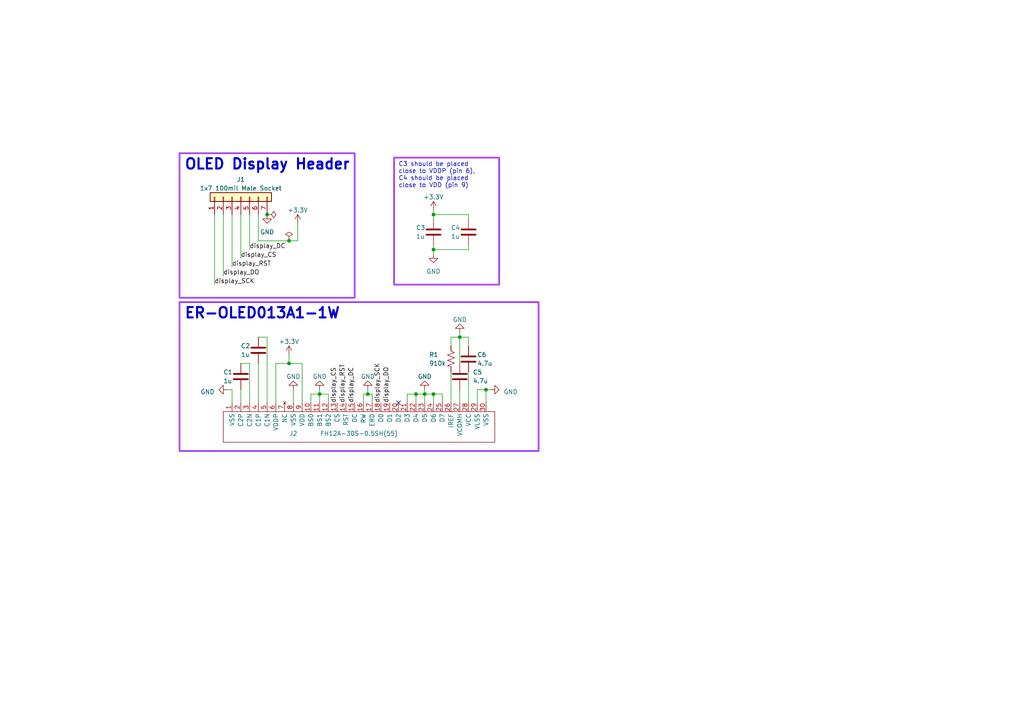
<source format=kicad_sch>
(kicad_sch (version 20230121) (generator eeschema)
  (paper "A4")
  (lib_symbols
    (symbol "Connector_Generic:Conn_01x07" (pin_names (offset 1.016) hide)
      (property "Reference" "J" (at 0 10.16 0))
      (property "Value" "Conn_01x07" (at 0 -10.16 0))
      (symbol "Conn_01x07_1_1"
        (rectangle (start -1.27 -7.493) (end 0 -7.747) (stroke (width 0.1524)))
        (rectangle (start -1.27 -4.953) (end 0 -5.207) (stroke (width 0.1524)))
        (rectangle (start -1.27 -2.413) (end 0 -2.667) (stroke (width 0.1524)))
        (rectangle (start -1.27 0.127) (end 0 -0.127) (stroke (width 0.1524)))
        (rectangle (start -1.27 2.667) (end 0 2.413) (stroke (width 0.1524)))
        (rectangle (start -1.27 5.207) (end 0 4.953) (stroke (width 0.1524)))
        (rectangle (start -1.27 7.747) (end 0 7.493) (stroke (width 0.1524)))
        (rectangle (start -1.27 8.89) (end 1.27 -8.89) (stroke (width 0.254)) (fill (type background)))
        (pin passive line (at -5.08 7.62 0) (length 3.81) (name "Pin_1") (number "1"))
        (pin passive line (at -5.08 5.08 0) (length 3.81) (name "Pin_2") (number "2"))
        (pin passive line (at -5.08 2.54 0) (length 3.81) (name "Pin_3") (number "3"))
        (pin passive line (at -5.08 0 0) (length 3.81) (name "Pin_4") (number "4"))
        (pin passive line (at -5.08 -2.54 0) (length 3.81) (name "Pin_5") (number "5"))
        (pin passive line (at -5.08 -5.08 0) (length 3.81) (name "Pin_6") (number "6"))
        (pin passive line (at -5.08 -7.62 0) (length 3.81) (name "Pin_7") (number "7"))
      )
    )
    (symbol "Device:C" (pin_numbers hide) (pin_names (offset 0.254))
      (property "Reference" "C" (at 0.635 2.54 0))
      (property "Value" "C" (at 0.635 -2.54 0))
      (symbol "C_0_1"
        (polyline (pts (xy -2.032 -0.762) (xy 2.032 -0.762)) (stroke (width 0.508)))
        (polyline (pts (xy -2.032 0.762) (xy 2.032 0.762)) (stroke (width 0.508)))
      )
      (symbol "C_1_1"
        (pin passive line (at 0 3.81 270) (length 2.794) (name "~") (number "1"))
        (pin passive line (at 0 -3.81 90) (length 2.794) (name "~") (number "2"))
      )
    )
    (symbol "Device:R_US" (pin_numbers hide) (pin_names (offset 0))
      (property "Reference" "R" (at 2.54 0 90))
      (property "Value" "R_US" (at -2.54 0 90))
      (symbol "R_US_0_1"
        (polyline (pts (xy 0 -2.286) (xy 0 -2.54)))
        (polyline (pts (xy 0 2.286) (xy 0 2.54)))
        (polyline (pts (xy 0 -0.762) (xy 1.016 -1.143) (xy 0 -1.524) (xy -1.016 -1.905) (xy 0 -2.286)))
        (polyline (pts (xy 0 0.762) (xy 1.016 0.381) (xy 0 0) (xy -1.016 -0.381) (xy 0 -0.762)))
        (polyline (pts (xy 0 2.286) (xy 1.016 1.905) (xy 0 1.524) (xy -1.016 1.143) (xy 0 0.762)))
      )
      (symbol "R_US_1_1"
        (pin passive line (at 0 3.81 270) (length 1.27) (name "~") (number "1"))
        (pin passive line (at 0 -3.81 90) (length 1.27) (name "~") (number "2"))
      )
    )
    (symbol "ER-OLED13A1:ER-OLED13A1-1W"
      (property "Reference" "J" (at 0 0 0))
      (symbol "ER-OLED13A1-1W_0_1"
        (rectangle (start -39.37 6.35) (end 39.37 -2.54))
      )
      (symbol "ER-OLED13A1-1W_1_1"
        (pin power_in line (at -36.83 8.89 270) (length 2.54) (name "VSS") (number "1"))
        (pin input line (at -13.97 8.89 270) (length 2.54) (name "BS0") (number "10"))
        (pin input line (at -11.43 8.89 270) (length 2.54) (name "BS1") (number "11"))
        (pin input line (at -8.89 8.89 270) (length 2.54) (name "BS2") (number "12"))
        (pin input line (at -6.35 8.89 270) (length 2.54) (name "CS") (number "13"))
        (pin input line (at -3.81 8.89 270) (length 2.54) (name "RST") (number "14"))
        (pin input line (at -1.27 8.89 270) (length 2.54) (name "DC") (number "15"))
        (pin input line (at 1.27 8.89 270) (length 2.54) (name "RW") (number "16"))
        (pin input line (at 3.81 8.89 270) (length 2.54) (name "ERD") (number "17"))
        (pin input line (at 6.35 8.89 270) (length 2.54) (name "D0") (number "18"))
        (pin input line (at 8.89 8.89 270) (length 2.54) (name "D1") (number "19"))
        (pin input line (at -34.29 8.89 270) (length 2.54) (name "C2P") (number "2"))
        (pin input line (at 11.43 8.89 270) (length 2.54) (name "D2") (number "20"))
        (pin input line (at 13.97 8.89 270) (length 2.54) (name "D3") (number "21"))
        (pin input line (at 16.51 8.89 270) (length 2.54) (name "D4") (number "22"))
        (pin input line (at 19.05 8.89 270) (length 2.54) (name "D5") (number "23"))
        (pin input line (at 21.59 8.89 270) (length 2.54) (name "D6") (number "24"))
        (pin input line (at 24.13 8.89 270) (length 2.54) (name "D7") (number "25"))
        (pin input line (at 26.67 8.89 270) (length 2.54) (name "IREF") (number "26"))
        (pin input line (at 29.21 8.89 270) (length 2.54) (name "VCOMH") (number "27"))
        (pin input line (at 31.75 8.89 270) (length 2.54) (name "VCC") (number "28"))
        (pin power_in line (at 34.29 8.89 270) (length 2.54) (name "VLSS") (number "29"))
        (pin input line (at -31.75 8.89 270) (length 2.54) (name "C2N") (number "3"))
        (pin power_in line (at 36.83 8.89 270) (length 2.54) (name "VSS") (number "30"))
        (pin input line (at -29.21 8.89 270) (length 2.54) (name "C1P") (number "4"))
        (pin input line (at -26.67 8.89 270) (length 2.54) (name "C1N") (number "5"))
        (pin power_in line (at -24.13 8.89 270) (length 2.54) (name "VDDP") (number "6"))
        (pin no_connect line (at -21.59 8.89 270) (length 2.54) (name "NC") (number "7"))
        (pin power_in line (at -19.05 8.89 270) (length 2.54) (name "VSS") (number "8"))
        (pin power_in line (at -16.51 8.89 270) (length 2.54) (name "VDD") (number "9"))
      )
    )
    (symbol "power:+3.3V" (power) (pin_names (offset 0))
      (property "Value" "+3.3V" (at 0 3.556 0))
      (symbol "+3.3V_0_1"
        (polyline (pts (xy -0.762 1.27) (xy 0 2.54)))
        (polyline (pts (xy 0 0) (xy 0 2.54)))
        (polyline (pts (xy 0 2.54) (xy 0.762 1.27)))
      )
      (symbol "+3.3V_1_1"
        (pin power_in line (at 0 0 90) (length 0) hide (name "+3.3V") (number "1"))
      )
    )
    (symbol "power:GND" (power) (pin_names (offset 0))
      (property "Value" "GND" (at 0 -3.81 0))
      (symbol "GND_0_1"
        (polyline (pts (xy 0 0) (xy 0 -1.27) (xy 1.27 -1.27) (xy 0 -2.54) (xy -1.27 -1.27) (xy 0 -1.27)))
      )
      (symbol "GND_1_1"
        (pin power_in line (at 0 0 270) (length 0) hide (name "GND") (number "1"))
      )
    )
    (symbol "power:PWR_FLAG" (power) (pin_numbers hide) (pin_names (offset 0) hide)
      (property "Value" "PWR_FLAG" (at 0 3.81 0))
      (symbol "PWR_FLAG_0_0"
        (pin power_out line (at 0 0 90) (length 0) (name "pwr") (number "1"))
      )
      (symbol "PWR_FLAG_0_1"
        (polyline (pts (xy 0 0) (xy 0 1.27) (xy -1.016 1.905) (xy 0 2.54) (xy 1.016 1.905) (xy 0 1.27)))
      )
    )
  )
  (junction (at 133.35 97.79))
  (junction (at 83.82 105.41))
  (junction (at 125.73 62.23))
  (junction (at 106.68 114.3))
  (junction (at 77.47 62.23))
  (junction (at 120.65 114.3))
  (junction (at 125.73 114.3))
  (junction (at 123.19 114.3))
  (junction (at 125.73 72.39))
  (junction (at 140.97 113.03))
  (junction (at 83.82 69.85))
  (junction (at 92.71 114.3))
  (no_connect (at 115.57 116.84))
  (wire (pts (xy 74.93 69.85) (xy 83.82 69.85)))
  (wire (pts (xy 85.09 116.84) (xy 85.09 113.03)))
  (wire (pts (xy 138.43 116.84) (xy 138.43 113.03)))
  (wire (pts (xy 95.25 116.84) (xy 95.25 114.3)))
  (wire (pts (xy 62.23 62.23) (xy 62.23 82.55)))
  (wire (pts (xy 128.27 116.84) (xy 128.27 114.3)))
  (wire (pts (xy 64.77 62.23) (xy 64.77 80.01)))
  (wire (pts (xy 69.85 113.03) (xy 69.85 116.84)))
  (wire (pts (xy 80.01 105.41) (xy 80.01 116.84)))
  (wire (pts (xy 120.65 116.84) (xy 120.65 114.3)))
  (wire (pts (xy 135.89 62.23) (xy 125.73 62.23)))
  (wire (pts (xy 69.85 62.23) (xy 69.85 74.93)))
  (wire (pts (xy 135.89 71.12) (xy 135.89 72.39)))
  (wire (pts (xy 107.95 114.3) (xy 106.68 114.3)))
  (wire (pts (xy 74.93 105.41) (xy 74.93 116.84)))
  (wire (pts (xy 133.35 97.79) (xy 135.89 97.79)))
  (wire (pts (xy 83.82 105.41) (xy 80.01 105.41)))
  (wire (pts (xy 83.82 69.85) (xy 86.36 69.85)))
  (wire (pts (xy 72.39 105.41) (xy 72.39 116.84)))
  (wire (pts (xy 140.97 113.03) (xy 142.24 113.03)))
  (wire (pts (xy 133.35 113.03) (xy 133.35 116.84)))
  (wire (pts (xy 138.43 113.03) (xy 140.97 113.03)))
  (wire (pts (xy 87.63 116.84) (xy 87.63 105.41)))
  (wire (pts (xy 105.41 116.84) (xy 105.41 114.3)))
  (wire (pts (xy 123.19 113.03) (xy 123.19 114.3)))
  (wire (pts (xy 135.89 107.95) (xy 135.89 116.84)))
  (wire (pts (xy 133.35 97.79) (xy 133.35 96.52)))
  (wire (pts (xy 72.39 62.23) (xy 72.39 72.39)))
  (wire (pts (xy 92.71 114.3) (xy 95.25 114.3)))
  (wire (pts (xy 135.89 97.79) (xy 135.89 100.33)))
  (wire (pts (xy 74.93 97.79) (xy 77.47 97.79)))
  (wire (pts (xy 130.81 107.95) (xy 130.81 116.84)))
  (wire (pts (xy 125.73 71.12) (xy 125.73 72.39)))
  (wire (pts (xy 77.47 97.79) (xy 77.47 116.84)))
  (wire (pts (xy 106.68 114.3) (xy 106.68 113.03)))
  (wire (pts (xy 135.89 63.5) (xy 135.89 62.23)))
  (wire (pts (xy 135.89 72.39) (xy 125.73 72.39)))
  (wire (pts (xy 69.85 105.41) (xy 72.39 105.41)))
  (wire (pts (xy 125.73 60.96) (xy 125.73 62.23)))
  (wire (pts (xy 140.97 116.84) (xy 140.97 113.03)))
  (wire (pts (xy 67.31 116.84) (xy 67.31 113.03)))
  (wire (pts (xy 90.17 114.3) (xy 92.71 114.3)))
  (wire (pts (xy 123.19 114.3) (xy 123.19 116.84)))
  (wire (pts (xy 74.93 62.23) (xy 74.93 69.85)))
  (wire (pts (xy 133.35 97.79) (xy 133.35 105.41)))
  (wire (pts (xy 67.31 62.23) (xy 67.31 77.47)))
  (wire (pts (xy 107.95 116.84) (xy 107.95 114.3)))
  (wire (pts (xy 125.73 62.23) (xy 125.73 63.5)))
  (wire (pts (xy 128.27 114.3) (xy 125.73 114.3)))
  (wire (pts (xy 125.73 72.39) (xy 125.73 73.66)))
  (wire (pts (xy 120.65 114.3) (xy 123.19 114.3)))
  (wire (pts (xy 130.81 100.33) (xy 130.81 97.79)))
  (wire (pts (xy 67.31 113.03) (xy 66.04 113.03)))
  (wire (pts (xy 125.73 116.84) (xy 125.73 114.3)))
  (wire (pts (xy 130.81 97.79) (xy 133.35 97.79)))
  (wire (pts (xy 90.17 116.84) (xy 90.17 114.3)))
  (wire (pts (xy 92.71 114.3) (xy 92.71 113.03)))
  (wire (pts (xy 83.82 105.41) (xy 87.63 105.41)))
  (wire (pts (xy 118.11 116.84) (xy 118.11 114.3)))
  (wire (pts (xy 92.71 116.84) (xy 92.71 114.3)))
  (wire (pts (xy 83.82 102.87) (xy 83.82 105.41)))
  (wire (pts (xy 105.41 114.3) (xy 106.68 114.3)))
  (wire (pts (xy 118.11 114.3) (xy 120.65 114.3)))
  (wire (pts (xy 125.73 114.3) (xy 123.19 114.3)))
  (wire (pts (xy 86.36 64.77) (xy 86.36 69.85)))
  (rectangle (start 52.07 87.63) (end 156.21 130.81) (stroke (width 0.5) (color 160 58 255 1)))
  (rectangle (start 114.3 45.72) (end 144.78 82.55) (stroke (width 0.5) (color 160 58 255 1)))
  (rectangle (start 52.07 44.45) (end 102.87 86.36) (stroke (width 0.5) (color 160 58 255 1)))
  (text "ER-OLED013A1-1W" (at 53.34 92.71 0) (effects (font (size 3 3) (thickness 0.6) bold) (justify left bottom)))
  (text "C3 should be placed \nclose to VDDP (pin 6),\nC4 should be placed \nclose to VDD (pin 9)" (at 115.57 54.61 0) (effects (font (size 1.27 1.27)) (justify left bottom)))
  (text "OLED Display Header" (at 53.34 49.53 0) (effects (font (size 3 3) (thickness 0.6) bold) (justify left bottom)))
  (label "display_SCK" (at 110.49 116.84 90))
  (label "display_DC" (at 102.87 116.84 90))
  (label "display_RST" (at 67.31 77.47 0))
  (label "display_CS" (at 69.85 74.93 0))
  (label "display_DO" (at 64.77 80.01 0))
  (label "display_DC" (at 72.39 72.39 0))
  (label "display_SCK" (at 62.23 82.55 0))
  (label "display_CS" (at 97.79 116.84 90))
  (label "display_RST" (at 100.33 116.84 90))
  (label "display_DO" (at 113.03 116.84 90))
  (symbol (lib_id "power:+3.3V") (at 125.73 60.96 0) (unit 1)
    (property "Reference" "#PWR010" (effects hide))
    (property "Value" "+3.3V" (at 125.73 57.15 0))
  )
  (symbol (lib_id "Connector_Generic:Conn_01x07") (at 69.85 57.15 90) (unit 1)
    (property "Reference" "J1" (at 69.85 52.07 90))
    (property "Value" "1x7 100mil Male Socket" (at 69.85 54.61 90))
    (property "Footprint" "Connector_PinHeader_2.54mm:PinHeader_1x07_P2.54mm_Vertical" (effects hide))
  )
  (symbol (lib_id "power:GND") (at 85.09 113.03 180) (unit 1)
    (property "Reference" "#PWR09" (effects hide))
    (property "Value" "GND" (at 85.09 109.22 0))
  )
  (symbol (lib_id "Device:R_US") (at 130.81 104.14 0) (unit 1)
    (property "Reference" "R1" (at 124.46 102.87 0) (effects (justify left)))
    (property "Value" "910k" (at 124.46 105.41 0) (effects (justify left)))
    (property "Footprint" "Resistor_SMD:R_0402_1005Metric" (effects hide))
    (property "Mouser Part No." "CRCW0402910KFKED" (effects hide))
  )
  (symbol (lib_id "Device:C") (at 125.73 67.31 0) (unit 1)
    (property "Reference" "C3" (at 120.65 66.04 0) (effects (justify left)))
    (property "Value" "1u" (at 120.65 68.58 0) (effects (justify left)))
    (property "Footprint" "Capacitor_SMD:C_0603_1608Metric" (effects hide))
    (property "Mouser Part No." "GCM188R71E105KA64D" (effects hide))
  )
  (symbol (lib_id "power:GND") (at 133.35 96.52 180) (unit 1)
    (property "Reference" "#PWR012" (effects hide))
    (property "Value" "GND" (at 133.35 92.71 0))
  )
  (symbol (lib_id "power:GND") (at 142.24 113.03 90) (unit 1)
    (property "Reference" "#PWR04" (effects hide))
    (property "Value" "GND" (at 146.05 113.665 90) (effects (justify right)))
  )
  (symbol (lib_id "power:GND") (at 92.71 113.03 180) (unit 1)
    (property "Reference" "#PWR07" (effects hide))
    (property "Value" "GND" (at 92.71 109.22 0))
  )
  (symbol (lib_id "ER-OLED13A1:ER-OLED13A1-1W") (at 104.14 125.73 0) (unit 1)
    (property "Reference" "J2" (at 85.09 125.73 0))
    (property "Value" "FH12A-30S-0.5SH(55)" (at 104.14 125.73 0))
    (property "Footprint" "GateDrFootprintLibrary:FH12A-30S-0.5SH" (effects hide))
  )
  (symbol (lib_id "Device:C") (at 135.89 67.31 0) (unit 1)
    (property "Reference" "C4" (at 130.81 66.04 0) (effects (justify left)))
    (property "Value" "1u" (at 130.81 68.58 0) (effects (justify left)))
    (property "Footprint" "Capacitor_SMD:C_0603_1608Metric" (effects hide))
    (property "Mouser Part No." "GCM188R71E105KA64D" (effects hide))
  )
  (symbol (lib_id "power:+3.3V") (at 86.36 64.77 0) (unit 1)
    (property "Reference" "#PWR01" (effects hide))
    (property "Value" "+3.3V" (at 86.36 60.96 0))
  )
  (symbol (lib_id "Device:C") (at 74.93 101.6 0) (unit 1)
    (property "Reference" "C2" (at 69.85 100.33 0) (effects (justify left)))
    (property "Value" "1u" (at 69.85 102.87 0) (effects (justify left)))
    (property "Footprint" "Capacitor_SMD:C_0603_1608Metric" (effects hide))
    (property "Mouser Part No." "GCM188R71E105KA64D" (effects hide))
  )
  (symbol (lib_id "power:GND") (at 123.19 113.03 180) (unit 1)
    (property "Reference" "#PWR05" (effects hide))
    (property "Value" "GND" (at 123.19 109.22 0))
  )
  (symbol (lib_id "power:GND") (at 106.68 113.03 180) (unit 1)
    (property "Reference" "#PWR06" (effects hide))
    (property "Value" "GND" (at 106.68 109.22 0))
  )
  (symbol (lib_id "power:GND") (at 66.04 113.03 270) (unit 1)
    (property "Reference" "#PWR03" (effects hide))
    (property "Value" "GND" (at 62.23 113.665 90) (effects (justify right)))
  )
  (symbol (lib_id "power:PWR_FLAG") (at 77.47 62.23 270) (unit 1)
    (property "Reference" "#FLG02" (effects hide))
    (property "Value" "PWR_FLAG" (effects hide))
  )
  (symbol (lib_id "Device:C") (at 135.89 104.14 0) (unit 1)
    (property "Reference" "C6" (at 138.43 102.87 0) (effects (justify left)))
    (property "Value" "4.7u" (at 138.43 105.41 0) (effects (justify left)))
    (property "Footprint" "Capacitor_SMD:C_0603_1608Metric" (effects hide))
    (property "Mouser Part No." "GRM188Z71C475KE21D" (effects hide))
  )
  (symbol (lib_id "power:GND") (at 125.73 73.66 0) (unit 1)
    (property "Reference" "#PWR011" (effects hide))
    (property "Value" "GND" (at 125.73 78.74 0))
  )
  (symbol (lib_id "power:+3.3V") (at 83.82 102.87 0) (unit 1)
    (property "Reference" "#PWR08" (effects hide))
    (property "Value" "+3.3V" (at 83.82 99.06 0))
  )
  (symbol (lib_id "power:PWR_FLAG") (at 83.82 69.85 0) (unit 1)
    (property "Reference" "#FLG01" (effects hide))
    (property "Value" "PWR_FLAG" (effects hide))
  )
  (symbol (lib_id "Device:C") (at 69.85 109.22 0) (unit 1)
    (property "Reference" "C1" (at 64.77 107.95 0) (effects (justify left)))
    (property "Value" "1u" (at 64.77 110.49 0) (effects (justify left)))
    (property "Footprint" "Capacitor_SMD:C_0603_1608Metric" (effects hide))
    (property "Mouser Part No." "GCM188R71E105KA64D" (effects hide))
  )
  (symbol (lib_id "Device:C") (at 133.35 109.22 0) (unit 1)
    (property "Reference" "C5" (at 137.16 107.95 0) (effects (justify left)))
    (property "Value" "4.7u" (at 137.16 110.49 0) (effects (justify left)))
    (property "Footprint" "Capacitor_SMD:C_0603_1608Metric" (effects hide))
    (property "Mouser Part No." "GRM188Z71C475KE21D" (effects hide))
  )
  (symbol (lib_id "power:GND") (at 77.47 62.23 0) (unit 1)
    (property "Reference" "#PWR02" (effects hide))
    (property "Value" "GND" (at 77.47 67.31 0))
  )
)
</source>
